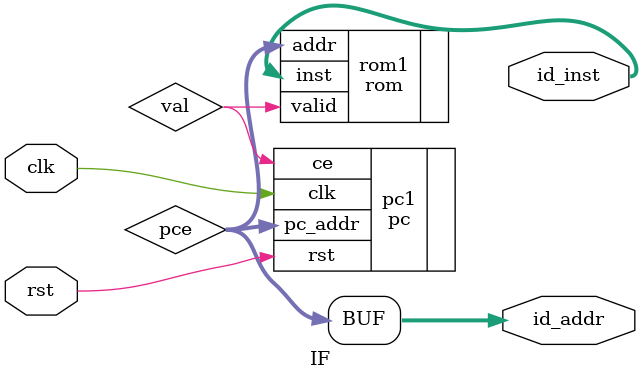
<source format=v>
`timescale 1ns / 1ps


module IF(
    input wire clk,
    input wire rst,
    output reg[31:0] id_addr,
    output reg[31:0] id_inst
    );
    reg[31:0] pce;
    reg val;
    pc pc1(.clk(clk),.rst(rst),.ce(val),.pc_addr(pce));
    rom rom1(.valid(val),.addr(pce),.inst(id_inst));
    always @(*) begin
        id_addr<=pce;
    end
endmodule

</source>
